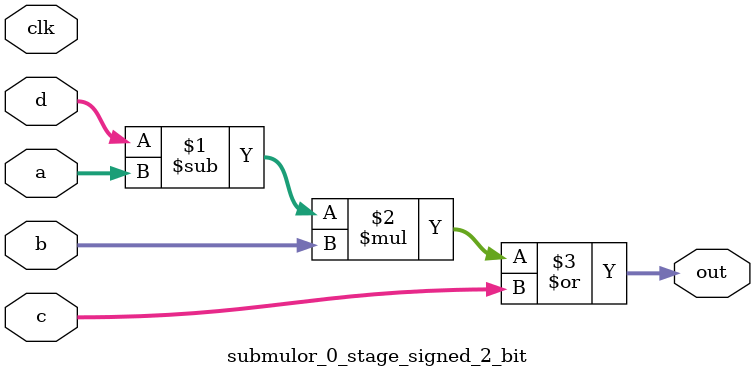
<source format=sv>
(* use_dsp = "yes" *) module submulor_0_stage_signed_2_bit(
	input signed [1:0] a,
	input signed [1:0] b,
	input signed [1:0] c,
	input signed [1:0] d,
	output [1:0] out,
	input clk);

	assign out = ((d - a) * b) | c;
endmodule

</source>
